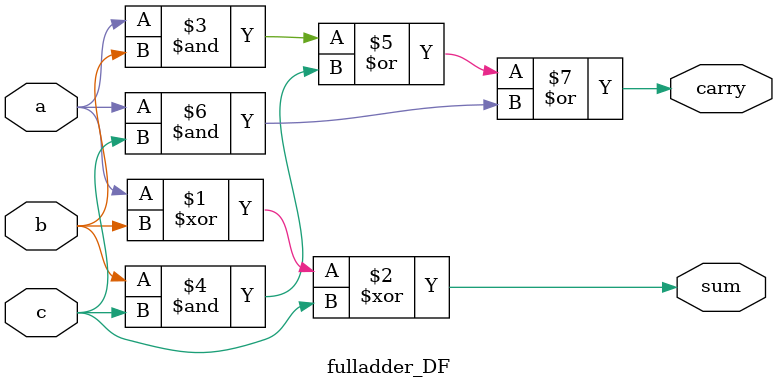
<source format=v>
`timescale 1ns / 1ps
module fulladder_DF(sum,carry,a,b,c);
input a, b, c;
output sum, carry;
    assign sum = a^b^c;
    assign carry = a&b|b&c|a&c;
endmodule

</source>
